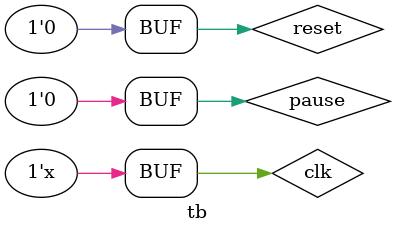
<source format=v>
module tb();

	reg clk = 0;
	
	always #1 clk = ~clk;
	
	reg pause = 0,reset = 0;
	
	wire [0:14] number;
	wire [0:3] num1,num2,num3,num4;
	wire and1,and2,and3,and4,A,B,C,D,E,F,G;
	
	counter cnt(clk,pause,reset,number);
	diplayControler display(clk,num1,num2,num3,num4,and1,and2,and3,and4,A,B,C,D,E,F,G);
	numParser parser(number,num1,num2,num3,num4);
	
	initial begin
	
	#50;
	pause = 1;
	#30;
	pause = 0;
	#100;
	reset = 1;
	#20;
	reset = 0;
	
	end

endmodule 
</source>
